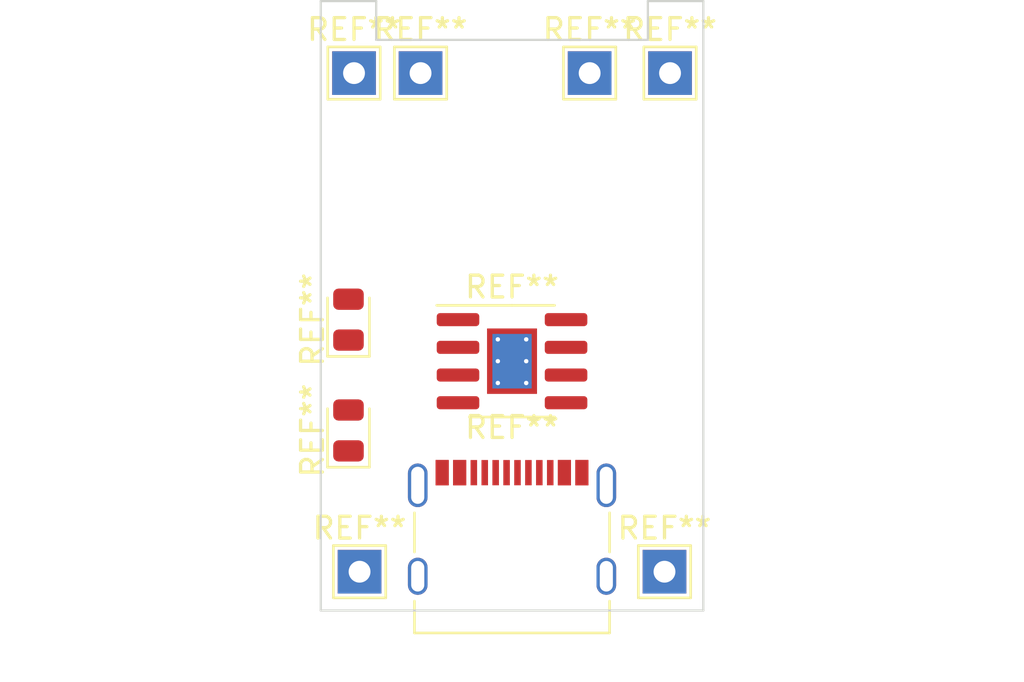
<source format=kicad_pcb>
(kicad_pcb (version 20211014) (generator pcbnew)
  (layers (0 "F.Cu" signal) (31 "B.Cu" signal) (34 "B.Paste" user) (35 "F.Paste" user) (36 "B.SilkS" user "B.Silkscreen") (37 "F.SilkS" user "F.Silkscreen") (38 "B.Mask" user) (39 "F.Mask" user) (44 "Edge.Cuts" user))
  (net 0 "")
  (footprint "TestPoint:TestPoint_THTPad_2.0x2.0mm_Drill1.0mm" (layer "F.Cu") (at 15.748 26.162)
    (fp_text reference "REF**" (at 0 -1.998) (layer "F.SilkS"))
    (fp_text value "TestPoint_THTPad_2.0x2.0mm_Drill1.0mm")
    (fp_line (start -1.2 1.2) (end -1.2 -1.2) (layer "F.SilkS") (width 0.12))
    (fp_line (start 1.2 1.2) (end -1.2 1.2) (layer "F.SilkS") (width 0.12))
    (fp_line (start -1.2 -1.2) (end 1.2 -1.2) (layer "F.SilkS") (width 0.12))
    (fp_line (start 1.2 -1.2) (end 1.2 1.2) (layer "F.SilkS") (width 0.12))
    (pad "1" thru_hole rect (at 0 0) (size 2 2) (drill 1) (layers *.Cu *.Mask))
  )
  (footprint "TestPoint:TestPoint_THTPad_2.0x2.0mm_Drill1.0mm" (layer "F.Cu") (at 16.002 3.302)
    (fp_text reference "REF**" (at 0 -1.998) (layer "F.SilkS"))
    (fp_text value "TestPoint_THTPad_2.0x2.0mm_Drill1.0mm")
    (fp_line (start -1.2 -1.2) (end 1.2 -1.2) (layer "F.SilkS") (width 0.12))
    (fp_line (start 1.2 -1.2) (end 1.2 1.2) (layer "F.SilkS") (width 0.12))
    (fp_line (start -1.2 1.2) (end -1.2 -1.2) (layer "F.SilkS") (width 0.12))
    (fp_line (start 1.2 1.2) (end -1.2 1.2) (layer "F.SilkS") (width 0.12))
    (pad "1" thru_hole rect (at 0 0) (size 2 2) (drill 1) (layers *.Cu *.Mask))
  )
  (footprint "LED_SMD:LED_0805_2012Metric" (layer "F.Cu") (at 1.27 19.685 90)
    (fp_text reference "REF**" (at 0 -1.65 90) (layer "F.SilkS"))
    (fp_text value "LED_0805_2012Metric")
    (fp_line (start -1.685 0.96) (end 1 0.96) (layer "F.SilkS") (width 0.12))
    (fp_line (start -1.685 -0.96) (end -1.685 0.96) (layer "F.SilkS") (width 0.12))
    (fp_line (start 1 -0.96) (end -1.685 -0.96) (layer "F.SilkS") (width 0.12))
    (pad "1" smd roundrect (at -0.9375 0 90) (size 0.975 1.4) (layers "F.Cu" "F.Paste" "F.Mask"))
    (pad "2" smd roundrect (at 0.9375 0 90) (size 0.975 1.4) (layers "F.Cu" "F.Paste" "F.Mask"))
  )
  (footprint "TestPoint:TestPoint_THTPad_2.0x2.0mm_Drill1.0mm" (layer "F.Cu") (at 12.319 3.302)
    (fp_text reference "REF**" (at 0 -1.998) (layer "F.SilkS"))
    (fp_text value "TestPoint_THTPad_2.0x2.0mm_Drill1.0mm")
    (fp_line (start -1.2 -1.2) (end 1.2 -1.2) (layer "F.SilkS") (width 0.12))
    (fp_line (start 1.2 -1.2) (end 1.2 1.2) (layer "F.SilkS") (width 0.12))
    (fp_line (start -1.2 1.2) (end -1.2 -1.2) (layer "F.SilkS") (width 0.12))
    (fp_line (start 1.2 1.2) (end -1.2 1.2) (layer "F.SilkS") (width 0.12))
    (pad "1" thru_hole rect (at 0 0) (size 2 2) (drill 1) (layers *.Cu *.Mask))
  )
  (footprint "TestPoint:TestPoint_THTPad_2.0x2.0mm_Drill1.0mm" (layer "F.Cu") (at 4.572 3.302)
    (fp_text reference "REF**" (at 0 -1.998) (layer "F.SilkS"))
    (fp_text value "TestPoint_THTPad_2.0x2.0mm_Drill1.0mm")
    (fp_line (start -1.2 -1.2) (end 1.2 -1.2) (layer "F.SilkS") (width 0.12))
    (fp_line (start 1.2 -1.2) (end 1.2 1.2) (layer "F.SilkS") (width 0.12))
    (fp_line (start -1.2 1.2) (end -1.2 -1.2) (layer "F.SilkS") (width 0.12))
    (fp_line (start 1.2 1.2) (end -1.2 1.2) (layer "F.SilkS") (width 0.12))
    (pad "1" thru_hole rect (at 0 0) (size 2 2) (drill 1) (layers *.Cu *.Mask))
  )
  (footprint "LED_SMD:LED_0805_2012Metric" (layer "F.Cu") (at 1.27 14.605 90)
    (fp_text reference "REF**" (at 0 -1.65 90) (layer "F.SilkS"))
    (fp_text value "LED_0805_2012Metric")
    (fp_line (start -1.685 0.96) (end 1 0.96) (layer "F.SilkS") (width 0.12))
    (fp_line (start -1.685 -0.96) (end -1.685 0.96) (layer "F.SilkS") (width 0.12))
    (fp_line (start 1 -0.96) (end -1.685 -0.96) (layer "F.SilkS") (width 0.12))
    (pad "1" smd roundrect (at -0.9375 0 90) (size 0.975 1.4) (layers "F.Cu" "F.Paste" "F.Mask"))
    (pad "2" smd roundrect (at 0.9375 0 90) (size 0.975 1.4) (layers "F.Cu" "F.Paste" "F.Mask"))
  )
  (footprint "TestPoint:TestPoint_THTPad_2.0x2.0mm_Drill1.0mm" (layer "F.Cu") (at 1.524 3.302)
    (fp_text reference "REF**" (at 0 -1.998) (layer "F.SilkS"))
    (fp_text value "TestPoint_THTPad_2.0x2.0mm_Drill1.0mm")
    (fp_line (start -1.2 -1.2) (end 1.2 -1.2) (layer "F.SilkS") (width 0.12))
    (fp_line (start 1.2 -1.2) (end 1.2 1.2) (layer "F.SilkS") (width 0.12))
    (fp_line (start -1.2 1.2) (end -1.2 -1.2) (layer "F.SilkS") (width 0.12))
    (fp_line (start 1.2 1.2) (end -1.2 1.2) (layer "F.SilkS") (width 0.12))
    (pad "1" thru_hole rect (at 0 0) (size 2 2) (drill 1) (layers *.Cu *.Mask))
  )
  (footprint "Package_SO:SOIC-8-1EP_3.9x4.9mm_P1.27mm_EP2.29x3mm_ThermalVias" (layer "F.Cu") (at 8.763 16.51)
    (fp_text reference "REF**" (at 0 -3.4) (layer "F.SilkS"))
    (fp_text value "SOIC-8-1EP_3.9x4.9mm_P1.27mm_EP2.29x3mm_ThermalVias")
    (fp_line (start 0 -2.56) (end 1.95 -2.56) (layer "F.SilkS") (width 0.12))
    (fp_line (start 0 2.56) (end 1.95 2.56) (layer "F.SilkS") (width 0.12))
    (fp_line (start 0 -2.56) (end -3.45 -2.56) (layer "F.SilkS") (width 0.12))
    (fp_line (start 0 2.56) (end -1.95 2.56) (layer "F.SilkS") (width 0.12))
    (pad "1" smd roundrect (at -2.475 -1.905) (size 1.95 0.6) (layers "F.Cu" "F.Paste" "F.Mask"))
    (pad "2" smd roundrect (at -2.475 -0.635) (size 1.95 0.6) (layers "F.Cu" "F.Paste" "F.Mask"))
    (pad "3" smd roundrect (at -2.475 0.635) (size 1.95 0.6) (layers "F.Cu" "F.Paste" "F.Mask"))
    (pad "4" smd roundrect (at -2.475 1.905) (size 1.95 0.6) (layers "F.Cu" "F.Paste" "F.Mask"))
    (pad "5" smd roundrect (at 2.475 1.905) (size 1.95 0.6) (layers "F.Cu" "F.Paste" "F.Mask"))
    (pad "6" smd roundrect (at 2.475 0.635) (size 1.95 0.6) (layers "F.Cu" "F.Paste" "F.Mask"))
    (pad "7" smd roundrect (at 2.475 -0.635) (size 1.95 0.6) (layers "F.Cu" "F.Paste" "F.Mask"))
    (pad "8" smd roundrect (at 2.475 -1.905) (size 1.95 0.6) (layers "F.Cu" "F.Paste" "F.Mask"))
    (pad "9" thru_hole circle (at -0.65 1) (size 0.5 0.5) (drill 0.2) (layers *.Cu))
    (pad "9" smd rect (at 0 0) (size 2.29 3) (layers "F.Cu" "F.Mask"))
    (pad "9" thru_hole circle (at -0.65 0) (size 0.5 0.5) (drill 0.2) (layers *.Cu))
    (pad "9" thru_hole circle (at 0.65 0) (size 0.5 0.5) (drill 0.2) (layers *.Cu))
    (pad "9" thru_hole circle (at 0.65 -1) (size 0.5 0.5) (drill 0.2) (layers *.Cu))
    (pad "9" thru_hole circle (at -0.65 -1) (size 0.5 0.5) (drill 0.2) (layers *.Cu))
    (pad "9" smd rect (at 0 0) (size 1.8 2.5) (layers "B.Cu"))
    (pad "9" thru_hole circle (at 0.65 1) (size 0.5 0.5) (drill 0.2) (layers *.Cu))
  )
  (footprint "TestPoint:TestPoint_THTPad_2.0x2.0mm_Drill1.0mm" (layer "F.Cu") (at 1.778 26.162)
    (fp_text reference "REF**" (at 0 -1.998) (layer "F.SilkS"))
    (fp_text value "TestPoint_THTPad_2.0x2.0mm_Drill1.0mm")
    (fp_line (start -1.2 -1.2) (end 1.2 -1.2) (layer "F.SilkS") (width 0.12))
    (fp_line (start 1.2 -1.2) (end 1.2 1.2) (layer "F.SilkS") (width 0.12))
    (fp_line (start -1.2 1.2) (end -1.2 -1.2) (layer "F.SilkS") (width 0.12))
    (fp_line (start 1.2 1.2) (end -1.2 1.2) (layer "F.SilkS") (width 0.12))
    (pad "1" thru_hole rect (at 0 0) (size 2 2) (drill 1) (layers *.Cu *.Mask))
  )
  (footprint "Connector_USB:USB_C_Receptacle_Palconn_UTC16-G" (layer "F.Cu") (at 8.763 24.13)
    (fp_text reference "REF**" (at 0 -4.58) (layer "F.SilkS"))
    (fp_text value "USB_C_Receptacle_Palconn_UTC16-G")
    (fp_line (start 4.47 4.84) (end -4.47 4.84) (layer "F.SilkS") (width 0.12))
    (fp_line (start 4.47 4.84) (end 4.47 3.38) (layer "F.SilkS") (width 0.12))
    (fp_line (start -4.47 -0.67) (end -4.47 1.13) (layer "F.SilkS") (width 0.12))
    (fp_line (start -4.47 4.84) (end -4.47 3.38) (layer "F.SilkS") (width 0.12))
    (fp_line (start 4.47 -0.67) (end 4.47 1.13) (layer "F.SilkS") (width 0.12))
    (pad "" np_thru_hole circle (at -2.89 -1.45 180) (size 0.6 0.6) (drill 0.6) (layers *.Cu *.Mask))
    (pad "" np_thru_hole circle (at 2.89 -1.45 180) (size 0.6 0.6) (drill 0.6) (layers *.Cu *.Mask))
    (pad "A1" smd rect (at -3.2 -2.51) (size 0.6 1.16) (layers "F.Cu" "F.Paste" "F.Mask"))
    (pad "A4" smd rect (at -2.4 -2.51) (size 0.6 1.16) (layers "F.Cu" "F.Paste" "F.Mask"))
    (pad "A5" smd rect (at -1.25 -2.51 180) (size 0.3 1.16) (layers "F.Cu" "F.Paste" "F.Mask"))
    (pad "A6" smd rect (at -0.25 -2.51 180) (size 0.3 1.16) (layers "F.Cu" "F.Paste" "F.Mask"))
    (pad "A7" smd rect (at 0.25 -2.51 180) (size 0.3 1.16) (layers "F.Cu" "F.Paste" "F.Mask"))
    (pad "A8" smd rect (at 1.25 -2.51 180) (size 0.3 1.16) (layers "F.Cu" "F.Paste" "F.Mask"))
    (pad "A9" smd rect (at 2.4 -2.51) (size 0.6 1.16) (layers "F.Cu" "F.Paste" "F.Mask"))
    (pad "A12" smd rect (at 3.2 -2.51) (size 0.6 1.16) (layers "F.Cu" "F.Paste" "F.Mask"))
    (pad "B1" smd rect (at 3.2 -2.51) (size 0.6 1.16) (layers "F.Cu" "F.Paste" "F.Mask"))
    (pad "B4" smd rect (at 2.4 -2.51) (size 0.6 1.16) (layers "F.Cu" "F.Paste" "F.Mask"))
    (pad "B5" smd rect (at 1.75 -2.51 180) (size 0.3 1.16) (layers "F.Cu" "F.Paste" "F.Mask"))
    (pad "B6" smd rect (at 0.75 -2.51 180) (size 0.3 1.16) (layers "F.Cu" "F.Paste" "F.Mask"))
    (pad "B7" smd rect (at -0.75 -2.51 180) (size 0.3 1.16) (layers "F.Cu" "F.Paste" "F.Mask"))
    (pad "B8" smd rect (at -1.75 -2.51 180) (size 0.3 1.16) (layers "F.Cu" "F.Paste" "F.Mask"))
    (pad "B9" smd rect (at -2.4 -2.51) (size 0.6 1.16) (layers "F.Cu" "F.Paste" "F.Mask"))
    (pad "B12" smd rect (at -3.2 -2.51) (size 0.6 1.16) (layers "F.Cu" "F.Paste" "F.Mask"))
    (pad "S1" thru_hole oval (at -4.32 -1.93 90) (size 2 0.9) (drill oval 1.7 0.6) (layers *.Cu *.Mask))
    (pad "S1" thru_hole oval (at 4.32 -1.93 90) (size 2 0.9) (drill oval 1.7 0.6) (layers *.Cu *.Mask))
    (pad "S1" thru_hole oval (at -4.32 2.24 90) (size 1.7 0.9) (drill oval 1.4 0.6) (layers *.Cu *.Mask))
    (pad "S1" thru_hole oval (at 4.32 2.24 90) (size 1.7 0.9) (drill oval 1.4 0.6) (layers *.Cu *.Mask))
  )
  (gr_line (start 2.54 1.778) (end 2.54 0) (layer "Edge.Cuts") (width 0.1))
  (gr_line (start 0 0) (end 2.54 0) (layer "Edge.Cuts") (width 0.1))
  (gr_line (start 17.526 27.94) (end 0 27.94) (layer "Edge.Cuts") (width 0.1))
  (gr_line (start 17.526 0) (end 17.526 27.94) (layer "Edge.Cuts") (width 0.1))
  (gr_line (start 14.986 1.778) (end 14.986 0) (layer "Edge.Cuts") (width 0.1))
  (gr_line (start 14.986 0) (end 17.526 0) (layer "Edge.Cuts") (width 0.1))
  (gr_line (start 2.54 1.778) (end 14.986 1.778) (layer "Edge.Cuts") (width 0.1))
  (gr_line (start 0 0) (end 0 27.94) (layer "Edge.Cuts") (width 0.1))
)
</source>
